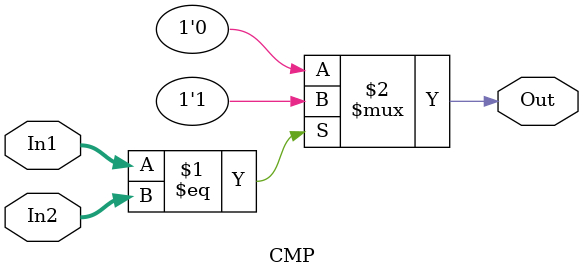
<source format=v>
`timescale 1ns / 1ps
module CMP #(parameter WIDTH=4)(
    input [WIDTH-1:0] In1,
	 input [WIDTH-1:0] In2,
	 output Out
    );
assign Out=(In1==In2)?1'b1:1'b0;

endmodule

</source>
